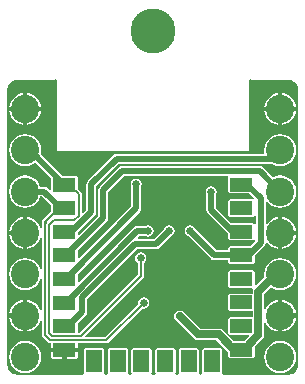
<source format=gbl>
G04 Layer_Physical_Order=2*
G04 Layer_Color=5656142*
%FSAX24Y24*%
%MOIN*%
G70*
G01*
G75*
%ADD20C,0.0200*%
%ADD22C,0.0250*%
%ADD23C,0.0060*%
%ADD25C,0.0080*%
%ADD26C,0.0945*%
%ADD27C,0.0250*%
%ADD28C,0.1500*%
%ADD29R,0.0750X0.0450*%
%ADD30R,0.0550X0.0750*%
G36*
X208056Y137452D02*
X208067D01*
X208078Y137449D01*
X208127Y137447D01*
X208131Y137448D01*
X208135Y137447D01*
X209300Y137447D01*
X209334D01*
X209401Y137434D01*
X209464Y137408D01*
X209521Y137370D01*
X209570Y137321D01*
X209608Y137264D01*
X209634Y137201D01*
X209647Y137134D01*
X209647Y137100D01*
Y127950D01*
Y127916D01*
X209634Y127849D01*
X209608Y127786D01*
X209570Y127729D01*
X209521Y127680D01*
X209464Y127642D01*
X209401Y127616D01*
X209334Y127603D01*
X207145D01*
X207116Y127653D01*
X207125Y127675D01*
Y128425D01*
X207106Y128471D01*
X207060Y128490D01*
X206510D01*
X206464Y128471D01*
X206445Y128425D01*
Y127675D01*
X206454Y127653D01*
X206425Y127603D01*
X206365D01*
X206336Y127653D01*
X206345Y127675D01*
Y128425D01*
X206326Y128471D01*
X206280Y128490D01*
X205730D01*
X205684Y128471D01*
X205665Y128425D01*
Y127675D01*
X205674Y127653D01*
X205645Y127603D01*
X205585D01*
X205556Y127653D01*
X205565Y127675D01*
Y128425D01*
X205546Y128471D01*
X205500Y128490D01*
X204950D01*
X204904Y128471D01*
X204885Y128425D01*
Y127675D01*
X204894Y127653D01*
X204865Y127603D01*
X204785D01*
X204756Y127653D01*
X204765Y127675D01*
Y128425D01*
X204746Y128471D01*
X204700Y128490D01*
X204150D01*
X204104Y128471D01*
X204085Y128425D01*
Y127675D01*
X204094Y127653D01*
X204065Y127603D01*
X204005D01*
X203976Y127653D01*
X203985Y127675D01*
Y128425D01*
X203966Y128471D01*
X203920Y128490D01*
X203370D01*
X203324Y128471D01*
X203305Y128425D01*
Y127675D01*
X203314Y127653D01*
X203285Y127603D01*
X203205D01*
X203176Y127653D01*
X203185Y127675D01*
Y128425D01*
X203166Y128471D01*
X203120Y128490D01*
X202570D01*
X202524Y128471D01*
X202505Y128425D01*
Y127675D01*
X202514Y127653D01*
X202485Y127603D01*
X200266D01*
X200199Y127616D01*
X200136Y127642D01*
X200079Y127680D01*
X200030Y127729D01*
X199992Y127786D01*
X199966Y127849D01*
X199953Y127916D01*
Y127950D01*
Y137100D01*
Y137134D01*
X199966Y137201D01*
X199992Y137264D01*
X200030Y137321D01*
X200079Y137370D01*
X200136Y137408D01*
X200199Y137434D01*
X200265Y137447D01*
X200299Y137447D01*
X200300Y137447D01*
X200300Y137447D01*
X201515D01*
X201519Y137447D01*
X201523Y137447D01*
X201550Y137448D01*
X201594Y137416D01*
X201600Y137407D01*
X201600Y135050D01*
X208000Y135050D01*
X208000Y137424D01*
X208039Y137455D01*
X208056Y137452D01*
D02*
G37*
%LPC*%
G36*
X200475Y130105D02*
X200411Y130097D01*
X200281Y130043D01*
X200170Y129958D01*
X200085Y129846D01*
X200031Y129717D01*
X200023Y129653D01*
X200475D01*
Y130105D01*
D02*
G37*
G36*
X209125D02*
Y129653D01*
X209577D01*
X209569Y129717D01*
X209515Y129846D01*
X209430Y129958D01*
X209319Y130043D01*
X209189Y130097D01*
X209125Y130105D01*
D02*
G37*
G36*
X209577Y132259D02*
X209125D01*
Y131807D01*
X209189Y131815D01*
X209319Y131869D01*
X209430Y131954D01*
X209515Y132065D01*
X209569Y132195D01*
X209577Y132259D01*
D02*
G37*
G36*
X200475Y132259D02*
X200023D01*
X200031Y132195D01*
X200085Y132065D01*
X200170Y131954D01*
X200281Y131869D01*
X200411Y131815D01*
X200475Y131807D01*
Y132259D01*
D02*
G37*
G36*
X209050Y131493D02*
X208911Y131475D01*
X208781Y131421D01*
X208670Y131336D01*
X208585Y131224D01*
X208531Y131095D01*
X208513Y130956D01*
X208527Y130849D01*
X208250Y130572D01*
X208200Y130593D01*
Y131020D01*
X208181Y131066D01*
X208135Y131085D01*
X207385D01*
X207339Y131066D01*
X207320Y131020D01*
Y130570D01*
X207339Y130524D01*
X207385Y130505D01*
X208124D01*
X208146Y130478D01*
X208153Y130459D01*
X208146Y130447D01*
X208131Y130375D01*
Y130305D01*
X207385D01*
X207339Y130286D01*
X207320Y130240D01*
Y129790D01*
X207339Y129744D01*
X207385Y129725D01*
X208131D01*
Y129525D01*
X207385D01*
X207339Y129506D01*
X207320Y129460D01*
Y129010D01*
X207339Y128964D01*
X207385Y128945D01*
X208000D01*
X208019Y128899D01*
X207855Y128735D01*
X207482D01*
X207133Y129083D01*
X207072Y129124D01*
X207000Y129139D01*
X206378D01*
X205833Y129683D01*
X205772Y129724D01*
X205700Y129739D01*
X205628Y129724D01*
X205567Y129683D01*
X205526Y129622D01*
X205511Y129550D01*
X205526Y129478D01*
X205567Y129417D01*
X206167Y128817D01*
X206228Y128776D01*
X206300Y128761D01*
X206922D01*
X207320Y128363D01*
Y128220D01*
X207339Y128174D01*
X207385Y128155D01*
X208135D01*
X208181Y128174D01*
X208200Y128220D01*
Y128547D01*
X208453Y128800D01*
X208494Y128861D01*
X208509Y128933D01*
Y129363D01*
X208559Y129373D01*
X208585Y129309D01*
X208670Y129198D01*
X208781Y129113D01*
X208911Y129059D01*
X208975Y129051D01*
Y129578D01*
Y130105D01*
X208911Y130097D01*
X208781Y130043D01*
X208670Y129958D01*
X208585Y129846D01*
X208559Y129783D01*
X208509Y129793D01*
Y130297D01*
X208737Y130525D01*
X208781Y130491D01*
X208911Y130437D01*
X209050Y130419D01*
X209189Y130437D01*
X209319Y130491D01*
X209430Y130576D01*
X209515Y130687D01*
X209569Y130817D01*
X209587Y130956D01*
X209569Y131095D01*
X209515Y131224D01*
X209430Y131336D01*
X209319Y131421D01*
X209189Y131475D01*
X209050Y131493D01*
D02*
G37*
G36*
X201785Y128360D02*
X201420D01*
Y128210D01*
X201439Y128164D01*
X201485Y128145D01*
X201785D01*
Y128360D01*
D02*
G37*
G36*
X209050Y128737D02*
X208911Y128719D01*
X208781Y128665D01*
X208670Y128580D01*
X208585Y128469D01*
X208531Y128339D01*
X208513Y128200D01*
X208531Y128061D01*
X208585Y127931D01*
X208670Y127820D01*
X208781Y127735D01*
X208911Y127681D01*
X209050Y127663D01*
X209189Y127681D01*
X209319Y127735D01*
X209430Y127820D01*
X209515Y127931D01*
X209569Y128061D01*
X209587Y128200D01*
X209569Y128339D01*
X209515Y128469D01*
X209430Y128580D01*
X209319Y128665D01*
X209189Y128719D01*
X209050Y128737D01*
D02*
G37*
G36*
X200550Y128737D02*
X200411Y128719D01*
X200281Y128665D01*
X200170Y128580D01*
X200085Y128469D01*
X200031Y128339D01*
X200013Y128200D01*
X200031Y128061D01*
X200085Y127931D01*
X200170Y127820D01*
X200281Y127735D01*
X200411Y127681D01*
X200550Y127663D01*
X200689Y127681D01*
X200819Y127735D01*
X200930Y127820D01*
X201015Y127931D01*
X201069Y128061D01*
X201087Y128200D01*
X201069Y128339D01*
X201015Y128469D01*
X200930Y128580D01*
X200819Y128665D01*
X200689Y128719D01*
X200550Y128737D01*
D02*
G37*
G36*
X209577Y129503D02*
X209125D01*
Y129051D01*
X209189Y129059D01*
X209319Y129113D01*
X209430Y129198D01*
X209515Y129309D01*
X209569Y129439D01*
X209577Y129503D01*
D02*
G37*
G36*
X200475Y129503D02*
X200023D01*
X200031Y129439D01*
X200085Y129309D01*
X200170Y129198D01*
X200281Y129113D01*
X200411Y129059D01*
X200475Y129051D01*
Y129503D01*
D02*
G37*
G36*
X202300Y128360D02*
X201935D01*
Y128145D01*
X202235D01*
X202281Y128164D01*
X202300Y128210D01*
Y128360D01*
D02*
G37*
G36*
X208975Y136995D02*
X208911Y136986D01*
X208781Y136933D01*
X208670Y136847D01*
X208585Y136736D01*
X208531Y136607D01*
X208523Y136543D01*
X208975D01*
Y136995D01*
D02*
G37*
G36*
X209577Y136393D02*
X209125D01*
Y135941D01*
X209189Y135949D01*
X209319Y136003D01*
X209430Y136088D01*
X209515Y136199D01*
X209569Y136329D01*
X209577Y136393D01*
D02*
G37*
G36*
X209125Y136995D02*
Y136543D01*
X209577D01*
X209569Y136607D01*
X209515Y136736D01*
X209430Y136847D01*
X209319Y136933D01*
X209189Y136986D01*
X209125Y136995D01*
D02*
G37*
G36*
X200625D02*
Y136543D01*
X201077D01*
X201069Y136607D01*
X201015Y136736D01*
X200930Y136847D01*
X200819Y136933D01*
X200689Y136986D01*
X200625Y136995D01*
D02*
G37*
G36*
X200475D02*
X200411Y136986D01*
X200281Y136933D01*
X200170Y136847D01*
X200085Y136736D01*
X200031Y136607D01*
X200023Y136543D01*
X200475D01*
Y136995D01*
D02*
G37*
G36*
X208975Y136393D02*
X208523D01*
X208531Y136329D01*
X208585Y136199D01*
X208670Y136088D01*
X208781Y136003D01*
X208911Y135949D01*
X208975Y135941D01*
Y136393D01*
D02*
G37*
G36*
X200475Y132861D02*
X200411Y132853D01*
X200281Y132799D01*
X200170Y132714D01*
X200085Y132602D01*
X200031Y132473D01*
X200023Y132409D01*
X200475D01*
Y132861D01*
D02*
G37*
G36*
X209125D02*
Y132409D01*
X209577D01*
X209569Y132473D01*
X209515Y132602D01*
X209430Y132714D01*
X209319Y132799D01*
X209189Y132853D01*
X209125Y132861D01*
D02*
G37*
G36*
X209050Y135627D02*
X208911Y135609D01*
X208781Y135555D01*
X208670Y135470D01*
X208585Y135358D01*
X208531Y135229D01*
X208513Y135090D01*
X208525Y135001D01*
X208492Y134963D01*
X203600D01*
X203600Y134963D01*
X203538Y134951D01*
X203485Y134915D01*
X202635Y134065D01*
X202599Y134012D01*
X202587Y133950D01*
Y133098D01*
X202483Y132995D01*
X202437Y133014D01*
Y133615D01*
X202429Y133654D01*
X202407Y133687D01*
X202300Y133794D01*
Y134170D01*
X202281Y134216D01*
X202235Y134235D01*
X201801D01*
X201071Y134965D01*
X201087Y135090D01*
X201069Y135229D01*
X201015Y135358D01*
X200930Y135470D01*
X200819Y135555D01*
X200689Y135609D01*
X200550Y135627D01*
X200411Y135609D01*
X200281Y135555D01*
X200170Y135470D01*
X200085Y135358D01*
X200031Y135229D01*
X200013Y135090D01*
X200031Y134951D01*
X200085Y134821D01*
X200170Y134710D01*
X200281Y134625D01*
X200411Y134571D01*
X200550Y134553D01*
X200689Y134571D01*
X200819Y134625D01*
X200893Y134682D01*
X201420Y134154D01*
Y133781D01*
X201370Y133761D01*
X201304Y133827D01*
X201251Y133863D01*
X201188Y133875D01*
X201059D01*
X201015Y133980D01*
X200930Y134092D01*
X200819Y134177D01*
X200689Y134231D01*
X200550Y134249D01*
X200411Y134231D01*
X200281Y134177D01*
X200170Y134092D01*
X200085Y133980D01*
X200031Y133851D01*
X200013Y133712D01*
X200031Y133573D01*
X200085Y133443D01*
X200170Y133332D01*
X200281Y133247D01*
X200411Y133193D01*
X200550Y133175D01*
X200689Y133193D01*
X200819Y133247D01*
X200930Y133332D01*
X201015Y133443D01*
X201059Y133549D01*
X201121D01*
X201420Y133249D01*
Y133064D01*
X201148Y132792D01*
X201126Y132759D01*
X201118Y132720D01*
Y132480D01*
X201069Y132473D01*
X201015Y132602D01*
X200930Y132714D01*
X200819Y132799D01*
X200689Y132853D01*
X200625Y132861D01*
Y132334D01*
Y131807D01*
X200689Y131815D01*
X200819Y131869D01*
X200930Y131954D01*
X201015Y132065D01*
X201069Y132195D01*
X201118Y132188D01*
Y131102D01*
X201069Y131095D01*
X201015Y131224D01*
X200930Y131336D01*
X200819Y131421D01*
X200689Y131475D01*
X200550Y131493D01*
X200411Y131475D01*
X200281Y131421D01*
X200170Y131336D01*
X200085Y131224D01*
X200031Y131095D01*
X200013Y130956D01*
X200031Y130817D01*
X200085Y130687D01*
X200170Y130576D01*
X200281Y130491D01*
X200411Y130437D01*
X200550Y130419D01*
X200689Y130437D01*
X200819Y130491D01*
X200930Y130576D01*
X201015Y130687D01*
X201069Y130817D01*
X201118Y130810D01*
Y129724D01*
X201069Y129717D01*
X201015Y129846D01*
X200930Y129958D01*
X200819Y130043D01*
X200689Y130097D01*
X200625Y130105D01*
Y129578D01*
Y129051D01*
X200689Y129059D01*
X200819Y129113D01*
X200930Y129198D01*
X201015Y129309D01*
X201069Y129439D01*
X201118Y129432D01*
Y128926D01*
X201126Y128887D01*
X201148Y128853D01*
X201313Y128688D01*
X201347Y128666D01*
X201386Y128658D01*
X201420D01*
Y128510D01*
X201860D01*
X202300D01*
Y128658D01*
X203260D01*
X203299Y128666D01*
X203332Y128688D01*
X204463Y129819D01*
X204500Y129811D01*
X204572Y129826D01*
X204633Y129867D01*
X204674Y129928D01*
X204689Y130000D01*
X204674Y130072D01*
X204633Y130133D01*
X204572Y130174D01*
X204500Y130189D01*
X204428Y130174D01*
X204367Y130133D01*
X204326Y130072D01*
X204311Y130000D01*
X204319Y129963D01*
X203218Y128862D01*
X202571D01*
X202552Y128908D01*
X204472Y130828D01*
X204494Y130861D01*
X204502Y130900D01*
Y131346D01*
X204533Y131367D01*
X204574Y131428D01*
X204589Y131500D01*
X204574Y131572D01*
X204533Y131633D01*
X204472Y131674D01*
X204400Y131689D01*
X204328Y131674D01*
X204267Y131633D01*
X204226Y131572D01*
X204211Y131500D01*
X204226Y131428D01*
X204267Y131367D01*
X204298Y131346D01*
Y130942D01*
X202358Y129002D01*
X202300D01*
Y129319D01*
X202565Y129585D01*
X202601Y129638D01*
X202613Y129700D01*
Y130123D01*
X204290Y131800D01*
X204913D01*
X204976Y131812D01*
X205028Y131848D01*
X205403Y132222D01*
X205422Y132226D01*
X205483Y132267D01*
X205524Y132328D01*
X205539Y132400D01*
X205524Y132472D01*
X205483Y132533D01*
X205422Y132574D01*
X205350Y132589D01*
X205278Y132574D01*
X205217Y132533D01*
X205176Y132472D01*
X205172Y132453D01*
X204846Y132126D01*
X204314D01*
X204294Y132172D01*
X204359Y132237D01*
X204561D01*
X204578Y132226D01*
X204650Y132211D01*
X204722Y132226D01*
X204783Y132267D01*
X204824Y132328D01*
X204839Y132400D01*
X204824Y132472D01*
X204783Y132533D01*
X204722Y132574D01*
X204650Y132589D01*
X204578Y132574D01*
X204561Y132563D01*
X204291D01*
X204229Y132551D01*
X204176Y132515D01*
X202346Y130686D01*
X202300Y130705D01*
Y130968D01*
X204365Y133033D01*
X204401Y133086D01*
X204413Y133149D01*
Y133861D01*
X204424Y133878D01*
X204439Y133950D01*
X204424Y134022D01*
X204383Y134083D01*
X204322Y134124D01*
X204250Y134139D01*
X204178Y134124D01*
X204117Y134083D01*
X204076Y134022D01*
X204061Y133950D01*
X204076Y133878D01*
X204087Y133861D01*
Y133216D01*
X202346Y131476D01*
X202300Y131495D01*
Y131748D01*
X203265Y132713D01*
X203301Y132766D01*
X203313Y132829D01*
Y133691D01*
X203859Y134237D01*
X207295D01*
X207327Y134187D01*
X207320Y134170D01*
Y133720D01*
X207339Y133674D01*
X207385Y133655D01*
X208014D01*
X208178Y133491D01*
X208150Y133449D01*
X208135Y133455D01*
X207385D01*
X207339Y133436D01*
X207320Y133390D01*
Y132940D01*
X207339Y132894D01*
X207385Y132875D01*
X208135D01*
X208181Y132894D01*
X208187Y132908D01*
X208237Y132898D01*
Y132642D01*
X208187Y132632D01*
X208181Y132646D01*
X208135Y132665D01*
X207416D01*
X206913Y133168D01*
Y133611D01*
X206924Y133628D01*
X206939Y133700D01*
X206924Y133772D01*
X206883Y133833D01*
X206822Y133874D01*
X206750Y133889D01*
X206678Y133874D01*
X206617Y133833D01*
X206576Y133772D01*
X206561Y133700D01*
X206576Y133628D01*
X206587Y133611D01*
Y133100D01*
X206599Y133038D01*
X206635Y132985D01*
X207320Y132299D01*
Y132150D01*
X207339Y132104D01*
X207385Y132085D01*
X208135D01*
X208173Y132101D01*
X208226Y132084D01*
X208229Y132060D01*
X208054Y131885D01*
X207385D01*
X207339Y131866D01*
X207320Y131820D01*
Y131758D01*
X206923D01*
X206228Y132453D01*
X206224Y132472D01*
X206183Y132533D01*
X206122Y132574D01*
X206050Y132589D01*
X205978Y132574D01*
X205917Y132533D01*
X205876Y132472D01*
X205861Y132400D01*
X205876Y132328D01*
X205917Y132267D01*
X205978Y132226D01*
X205997Y132222D01*
X206740Y131480D01*
X206793Y131444D01*
X206855Y131432D01*
X207320D01*
Y131370D01*
X207339Y131324D01*
X207385Y131305D01*
X208135D01*
X208181Y131324D01*
X208200Y131370D01*
Y131569D01*
X208515Y131885D01*
X208551Y131938D01*
X208563Y132000D01*
Y132012D01*
X208613Y132029D01*
X208670Y131954D01*
X208781Y131869D01*
X208911Y131815D01*
X208975Y131807D01*
Y132334D01*
Y132861D01*
X208911Y132853D01*
X208781Y132799D01*
X208670Y132714D01*
X208613Y132639D01*
X208563Y132656D01*
Y133390D01*
X208613Y133407D01*
X208670Y133332D01*
X208781Y133247D01*
X208911Y133193D01*
X209050Y133175D01*
X209189Y133193D01*
X209319Y133247D01*
X209430Y133332D01*
X209515Y133443D01*
X209569Y133573D01*
X209587Y133712D01*
X209569Y133851D01*
X209515Y133980D01*
X209430Y134092D01*
X209319Y134177D01*
X209189Y134231D01*
X209050Y134249D01*
X208911Y134231D01*
X208806Y134187D01*
X208477Y134515D01*
X208424Y134551D01*
X208362Y134563D01*
X203791D01*
X203729Y134551D01*
X203676Y134515D01*
X203035Y133874D01*
X202999Y133821D01*
X202987Y133759D01*
Y132896D01*
X202346Y132256D01*
X202300Y132275D01*
Y132350D01*
X202865Y132915D01*
X202901Y132968D01*
X202913Y133031D01*
Y133882D01*
X203668Y134637D01*
X208760D01*
X208764Y134638D01*
X208781Y134625D01*
X208911Y134571D01*
X209050Y134553D01*
X209189Y134571D01*
X209319Y134625D01*
X209430Y134710D01*
X209515Y134821D01*
X209569Y134951D01*
X209587Y135090D01*
X209569Y135229D01*
X209515Y135358D01*
X209430Y135470D01*
X209319Y135555D01*
X209189Y135609D01*
X209050Y135627D01*
D02*
G37*
G36*
X201077Y136393D02*
X200625D01*
Y135941D01*
X200689Y135949D01*
X200819Y136003D01*
X200930Y136088D01*
X201015Y136199D01*
X201069Y136329D01*
X201077Y136393D01*
D02*
G37*
G36*
X200475D02*
X200023D01*
X200031Y136329D01*
X200085Y136199D01*
X200170Y136088D01*
X200281Y136003D01*
X200411Y135949D01*
X200475Y135941D01*
Y136393D01*
D02*
G37*
%LPD*%
D20*
X208975Y135165D02*
X209100Y135290D01*
X203600Y134800D02*
X208760D01*
X209050Y135090D01*
X208362Y134400D02*
X209050Y133712D01*
X203791Y134400D02*
X208362D01*
X201188Y133712D02*
X201735Y133165D01*
X200550Y133712D02*
X201188D01*
X200560Y135245D02*
X200715Y135090D01*
X200550D02*
X200715D01*
X201860Y133945D01*
X200560Y135245D02*
Y135290D01*
X201860Y132365D02*
X202084D01*
X208400Y132000D02*
Y133500D01*
X207995Y131595D02*
X208400Y132000D01*
X207760Y131595D02*
X207995D01*
X207955Y133945D02*
X208400Y133500D01*
X207760Y133945D02*
X207955D01*
X206855Y131595D02*
X207760D01*
X206050Y132400D02*
X206855Y131595D01*
X201860Y130795D02*
X201896D01*
X204250Y133149D01*
Y133950D01*
X201860Y131585D02*
X201906D01*
X202084Y132365D02*
X202750Y133031D01*
Y133950D01*
X203600Y134800D01*
X201906Y131585D02*
X203150Y132829D01*
Y133759D01*
X203791Y134400D01*
X201860Y129225D02*
X201975D01*
X202450Y129700D01*
X204913Y131963D02*
X205350Y132400D01*
X202450Y129700D02*
Y130191D01*
X204222Y131963D01*
X204913D01*
X201896Y130005D02*
X204291Y132400D01*
X204650D01*
X201860Y130005D02*
X201896D01*
X206750Y133100D02*
Y133700D01*
Y133100D02*
X207475Y132375D01*
X207760D01*
D22*
X208320Y130375D02*
X209101Y131156D01*
X205700Y129550D02*
X206300Y128950D01*
X207760Y128445D02*
X207832D01*
X208320Y128933D01*
Y130375D01*
X206300Y128950D02*
X207000D01*
X207505Y128445D01*
X207760D01*
D23*
X201230Y132678D02*
Y132730D01*
X201735Y133165D02*
X201860D01*
D25*
X201220Y128926D02*
Y132720D01*
Y128926D02*
X201386Y128760D01*
X201220Y132720D02*
X201230Y132730D01*
X202186Y132750D02*
X202335Y132899D01*
X201500Y132750D02*
X202186D01*
X201360Y132610D02*
X201500Y132750D01*
X201230Y132730D02*
X201665Y133165D01*
X201735D01*
X202335Y132899D02*
Y133615D01*
X202005Y133945D02*
X202335Y133615D01*
X201860Y133945D02*
X202005D01*
X201360Y128984D02*
Y132610D01*
Y128984D02*
X201444Y128900D01*
X201386Y128760D02*
X203260D01*
X204500Y130000D01*
X201444Y128900D02*
X202400D01*
X204400Y130900D01*
Y131500D01*
D26*
X200550Y132334D02*
D03*
Y136468D02*
D03*
Y135090D02*
D03*
Y133712D02*
D03*
X209050Y133712D02*
D03*
Y135090D02*
D03*
Y130956D02*
D03*
Y128200D02*
D03*
Y136468D02*
D03*
Y132334D02*
D03*
X200550Y130956D02*
D03*
Y128200D02*
D03*
Y129578D02*
D03*
X209050Y129578D02*
D03*
D27*
X204830Y128700D02*
D03*
X205700Y129550D02*
D03*
X206130Y129790D02*
D03*
X204250Y133950D02*
D03*
X204650Y132400D02*
D03*
X205350D02*
D03*
X206050D02*
D03*
X206150Y131600D02*
D03*
X202300Y127850D02*
D03*
X205650Y128700D02*
D03*
X203550Y133550D02*
D03*
X204500Y130000D02*
D03*
X204400Y131500D02*
D03*
X207150Y133650D02*
D03*
X206750Y133700D02*
D03*
X202000Y134500D02*
D03*
X203000Y129000D02*
D03*
X203500Y133000D02*
D03*
X204000Y129000D02*
D03*
X207500Y128000D02*
D03*
X209000Y133000D02*
D03*
D28*
X204800Y139050D02*
D03*
D29*
X201860Y133945D02*
D03*
Y133165D02*
D03*
Y132365D02*
D03*
Y131585D02*
D03*
Y130795D02*
D03*
Y130005D02*
D03*
Y129225D02*
D03*
X207760Y128445D02*
D03*
Y130015D02*
D03*
Y130795D02*
D03*
Y131595D02*
D03*
Y132375D02*
D03*
Y133165D02*
D03*
X201860Y128435D02*
D03*
X207760Y129235D02*
D03*
Y133945D02*
D03*
D30*
X202845Y128050D02*
D03*
X203645D02*
D03*
X204425D02*
D03*
X205225D02*
D03*
X206005D02*
D03*
X206785D02*
D03*
M02*

</source>
